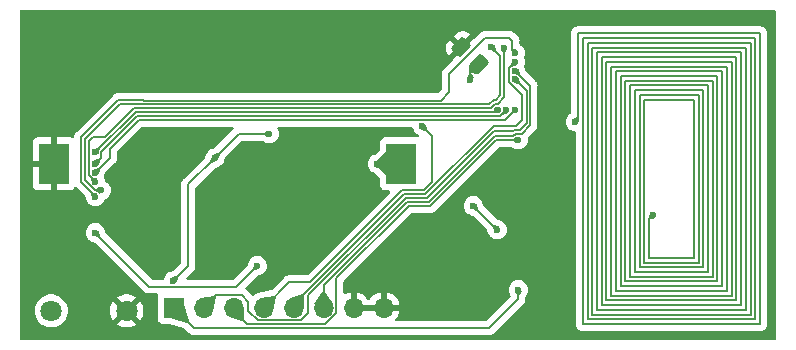
<source format=gbr>
%TF.GenerationSoftware,KiCad,Pcbnew,7.0.5*%
%TF.CreationDate,2023-07-02T17:57:48+02:00*%
%TF.ProjectId,eink-NFC,65696e6b-2d4e-4464-932e-6b696361645f,rev?*%
%TF.SameCoordinates,Original*%
%TF.FileFunction,Copper,L1,Top*%
%TF.FilePolarity,Positive*%
%FSLAX46Y46*%
G04 Gerber Fmt 4.6, Leading zero omitted, Abs format (unit mm)*
G04 Created by KiCad (PCBNEW 7.0.5) date 2023-07-02 17:57:48*
%MOMM*%
%LPD*%
G01*
G04 APERTURE LIST*
G04 Aperture macros list*
%AMRoundRect*
0 Rectangle with rounded corners*
0 $1 Rounding radius*
0 $2 $3 $4 $5 $6 $7 $8 $9 X,Y pos of 4 corners*
0 Add a 4 corners polygon primitive as box body*
4,1,4,$2,$3,$4,$5,$6,$7,$8,$9,$2,$3,0*
0 Add four circle primitives for the rounded corners*
1,1,$1+$1,$2,$3*
1,1,$1+$1,$4,$5*
1,1,$1+$1,$6,$7*
1,1,$1+$1,$8,$9*
0 Add four rect primitives between the rounded corners*
20,1,$1+$1,$2,$3,$4,$5,0*
20,1,$1+$1,$4,$5,$6,$7,0*
20,1,$1+$1,$6,$7,$8,$9,0*
20,1,$1+$1,$8,$9,$2,$3,0*%
G04 Aperture macros list end*
%TA.AperFunction,EtchedComponent*%
%ADD10C,0.200000*%
%TD*%
%TA.AperFunction,SMDPad,CuDef*%
%ADD11R,0.200000X0.200000*%
%TD*%
%TA.AperFunction,SMDPad,CuDef*%
%ADD12RoundRect,0.250000X0.574524X0.097227X0.097227X0.574524X-0.574524X-0.097227X-0.097227X-0.574524X0*%
%TD*%
%TA.AperFunction,ComponentPad*%
%ADD13C,1.800000*%
%TD*%
%TA.AperFunction,ComponentPad*%
%ADD14R,1.700000X1.700000*%
%TD*%
%TA.AperFunction,ComponentPad*%
%ADD15O,1.700000X1.700000*%
%TD*%
%TA.AperFunction,SMDPad,CuDef*%
%ADD16R,2.600000X3.500000*%
%TD*%
%TA.AperFunction,ViaPad*%
%ADD17C,0.600000*%
%TD*%
%TA.AperFunction,Conductor*%
%ADD18C,0.200000*%
%TD*%
%TA.AperFunction,Conductor*%
%ADD19C,0.600000*%
%TD*%
%TA.AperFunction,Conductor*%
%ADD20C,0.150000*%
%TD*%
G04 APERTURE END LIST*
D10*
%TO.C,ANT1*%
X175140000Y-70504000D02*
X175140000Y-95104000D01*
X159740000Y-70504000D02*
X175140000Y-70504000D01*
X159740000Y-70504000D02*
X159740000Y-77404000D01*
X174740000Y-70904000D02*
X174740000Y-94704000D01*
X160140000Y-70904000D02*
X174740000Y-70904000D01*
X174340000Y-71304000D02*
X174340000Y-94304000D01*
X160540000Y-71304000D02*
X174340000Y-71304000D01*
X173940000Y-71704000D02*
X173940000Y-93904000D01*
X160940000Y-71704000D02*
X173940000Y-71704000D01*
X173540000Y-72104000D02*
X173540000Y-93504000D01*
X161340000Y-72104000D02*
X173540000Y-72104000D01*
X173140000Y-72504000D02*
X173140000Y-93104000D01*
X161740000Y-72504000D02*
X173140000Y-72504000D01*
X172740000Y-72904000D02*
X172740000Y-92704000D01*
X162140000Y-72904000D02*
X172740000Y-72904000D01*
X172340000Y-73304000D02*
X172340000Y-92304000D01*
X162540000Y-73304000D02*
X172340000Y-73304000D01*
X171940000Y-73704000D02*
X171940000Y-91904000D01*
X162940000Y-73704000D02*
X171940000Y-73704000D01*
X171540000Y-74104000D02*
X171540000Y-91504000D01*
X163340000Y-74104000D02*
X171540000Y-74104000D01*
X171140000Y-74504000D02*
X171140000Y-91104000D01*
X163740000Y-74504000D02*
X171140000Y-74504000D01*
X170740000Y-74904000D02*
X170740000Y-90704000D01*
X164140000Y-74904000D02*
X170740000Y-74904000D01*
X170340000Y-75304000D02*
X170340000Y-90304000D01*
X164540000Y-75304000D02*
X170340000Y-75304000D01*
X169940000Y-75704000D02*
X169940000Y-89904000D01*
X164940000Y-75704000D02*
X169940000Y-75704000D01*
X169540000Y-76104000D02*
X169540000Y-89504000D01*
X165340000Y-76104000D02*
X169540000Y-76104000D01*
X169540000Y-89504000D02*
X165740000Y-89504000D01*
X165740000Y-89504000D02*
X165740000Y-86304000D01*
X169940000Y-89904000D02*
X165340000Y-89904000D01*
X165340000Y-89904000D02*
X165340000Y-76104000D01*
X170340000Y-90304000D02*
X164940000Y-90304000D01*
X164940000Y-90304000D02*
X164940000Y-75704000D01*
X170740000Y-90704000D02*
X164540000Y-90704000D01*
X164540000Y-90704000D02*
X164540000Y-75304000D01*
X171140000Y-91104000D02*
X164140000Y-91104000D01*
X164140000Y-91104000D02*
X164140000Y-74904000D01*
X171540000Y-91504000D02*
X163740000Y-91504000D01*
X163740000Y-91504000D02*
X163740000Y-74504000D01*
X171940000Y-91904000D02*
X163340000Y-91904000D01*
X163340000Y-91904000D02*
X163340000Y-74104000D01*
X172340000Y-92304000D02*
X162940000Y-92304000D01*
X162940000Y-92304000D02*
X162940000Y-73704000D01*
X172740000Y-92704000D02*
X162540000Y-92704000D01*
X162540000Y-92704000D02*
X162540000Y-73304000D01*
X173140000Y-93104000D02*
X162140000Y-93104000D01*
X162140000Y-93104000D02*
X162140000Y-72904000D01*
X173540000Y-93504000D02*
X161740000Y-93504000D01*
X161740000Y-93504000D02*
X161740000Y-72504000D01*
X173940000Y-93904000D02*
X161340000Y-93904000D01*
X161340000Y-93904000D02*
X161340000Y-72104000D01*
X174340000Y-94304000D02*
X160940000Y-94304000D01*
X160940000Y-94304000D02*
X160940000Y-71704000D01*
X174740000Y-94704000D02*
X160540000Y-94704000D01*
X160540000Y-94704000D02*
X160540000Y-71304000D01*
X175140000Y-95104000D02*
X160140000Y-95104000D01*
X160140000Y-95104000D02*
X160140000Y-70904000D01*
%TD*%
D11*
%TO.P,ANT1,P$1,1*%
%TO.N,Net-(ANT1-1)*%
X165740000Y-86304000D03*
%TO.P,ANT1,P$2,2*%
%TO.N,Net-(ANT1-2)*%
X159740000Y-77504000D03*
%TD*%
D12*
%TO.P,C4,2*%
%TO.N,GND*%
X149860000Y-71628000D03*
%TO.P,C4,1*%
%TO.N,+3V0*%
X151327246Y-73095246D03*
%TD*%
D13*
%TO.P,S1,1,COM*%
%TO.N,NRST*%
X115131500Y-93980000D03*
%TO.P,S1,2,NO*%
%TO.N,GND*%
X121531500Y-93980000D03*
%TD*%
D14*
%TO.P,J2,1,Pin_1*%
%TO.N,+3V0*%
X125497500Y-93726000D03*
D15*
%TO.P,J2,2,Pin_2*%
%TO.N,SWDIO*%
X128037500Y-93726000D03*
%TO.P,J2,3,Pin_3*%
%TO.N,SWCLK*%
X130577500Y-93726000D03*
%TO.P,J2,4,Pin_4*%
%TO.N,NRST*%
X133117500Y-93726000D03*
%TO.P,J2,5,Pin_5*%
%TO.N,USART_TX*%
X135657500Y-93726000D03*
%TO.P,J2,6,Pin_6*%
%TO.N,USART_RX*%
X138197500Y-93726000D03*
%TO.P,J2,7,Pin_7*%
%TO.N,GND*%
X140737500Y-93726000D03*
%TO.P,J2,8,Pin_8*%
X143277500Y-93726000D03*
%TD*%
D16*
%TO.P,BT1,1,+*%
%TO.N,+BATT*%
X144769500Y-81534000D03*
%TO.P,BT1,2,-*%
%TO.N,GND*%
X115369500Y-81534000D03*
%TD*%
D17*
%TO.N,GND*%
X125730000Y-85598000D03*
X129032000Y-74422000D03*
X125984000Y-74930000D03*
X130048000Y-74422000D03*
X135382000Y-87884000D03*
X134620000Y-87884000D03*
X133858000Y-87884000D03*
X116840000Y-78486000D03*
X146558000Y-73660000D03*
X150622000Y-83312000D03*
X125730000Y-86614000D03*
X125476000Y-89408000D03*
X133604000Y-83058000D03*
X131064000Y-74422000D03*
X114808000Y-77216000D03*
X114808000Y-78740000D03*
X114808000Y-85852000D03*
X114808000Y-85090000D03*
X114808000Y-84328000D03*
X114808000Y-77978000D03*
X116840000Y-84582000D03*
%TO.N,Net-(ANT1-1)*%
X166116000Y-85852000D03*
%TO.N,Net-(ANT1-2)*%
X159512000Y-77978000D03*
%TO.N,+BATT*%
X142748000Y-81534000D03*
%TO.N,NRST*%
X146558000Y-78342500D03*
%TO.N,+3V0*%
X129010500Y-81026000D03*
X150622000Y-74422000D03*
X125476000Y-91440000D03*
X133604000Y-78994000D03*
X154686000Y-92202000D03*
%TO.N,SWDIO*%
X154422959Y-74395544D03*
%TO.N,SWCLK*%
X154686000Y-79502000D03*
%TO.N,USART_TX*%
X154432000Y-72898000D03*
%TO.N,USART_RX*%
X154432000Y-73660000D03*
%TO.N,GDR*%
X132588000Y-90170000D03*
X118872000Y-87376000D03*
%TO.N,ePaper_BUSY*%
X118872000Y-84328000D03*
X154432000Y-72171497D03*
%TO.N,ePaper_RESET#*%
X152400000Y-71628000D03*
X119380000Y-83784503D03*
%TO.N,ePaper_D{slash}C#*%
X153486166Y-71698165D03*
X118872000Y-83058000D03*
%TO.N,ePaper_CS#*%
X154432000Y-76962000D03*
X118853500Y-82296000D03*
%TO.N,ePaper_SCK*%
X153670000Y-76962000D03*
X118853500Y-81534000D03*
%TO.N,ePaper_MOSI*%
X152943497Y-76962000D03*
X118853500Y-80576052D03*
%TO.N,SYS_WKUP1*%
X152908000Y-87122000D03*
X150876000Y-85090000D03*
%TD*%
D18*
%TO.N,ePaper_SCK*%
X153670000Y-76980788D02*
X153670000Y-76962000D01*
X122422000Y-77470000D02*
X122428000Y-77470000D01*
X119380000Y-80512000D02*
X122422000Y-77470000D01*
X122428000Y-77470000D02*
X122447000Y-77489000D01*
X119380000Y-81007500D02*
X119380000Y-80512000D01*
X122447000Y-77489000D02*
X153161788Y-77489000D01*
X153161788Y-77489000D02*
X153670000Y-76980788D01*
X118853500Y-81534000D02*
X119380000Y-81007500D01*
%TO.N,+3V0*%
X150622000Y-74422000D02*
X150622000Y-73957000D01*
X150622000Y-73800492D02*
X151327246Y-73095246D01*
X150622000Y-74422000D02*
X150622000Y-73800492D01*
%TO.N,SYS_WKUP1*%
X150876000Y-85090000D02*
X152908000Y-87122000D01*
%TO.N,+3V0*%
X126746000Y-83290500D02*
X129010500Y-81026000D01*
X126746000Y-90170000D02*
X126746000Y-83290500D01*
X125476000Y-91440000D02*
X126746000Y-90170000D01*
%TO.N,Net-(ANT1-1)*%
X165740000Y-86228000D02*
X166116000Y-85852000D01*
%TO.N,Net-(ANT1-2)*%
X159740000Y-77504000D02*
X159740000Y-77750000D01*
X159740000Y-77750000D02*
X159512000Y-77978000D01*
D19*
%TO.N,+BATT*%
X144769500Y-81534000D02*
X142748000Y-81534000D01*
D18*
%TO.N,NRST*%
X147361315Y-79145815D02*
X146558000Y-78342500D01*
X133117500Y-93726000D02*
X135253724Y-91589776D01*
X137055776Y-91589776D02*
X144863552Y-83782000D01*
X147361315Y-83099315D02*
X147361315Y-79145815D01*
X146678630Y-83782000D02*
X147361315Y-83099315D01*
X144863552Y-83782000D02*
X145542000Y-83782000D01*
X135253724Y-91589776D02*
X137055776Y-91589776D01*
X145542000Y-83782000D02*
X146678630Y-83782000D01*
%TO.N,+3V0*%
X154686000Y-92964000D02*
X152193000Y-95457000D01*
X133604000Y-78994000D02*
X131042500Y-78994000D01*
X127228500Y-95457000D02*
X125497500Y-93726000D01*
X131042500Y-78994000D02*
X129010500Y-81026000D01*
X154686000Y-92202000D02*
X154686000Y-92964000D01*
X152193000Y-95457000D02*
X127228500Y-95457000D01*
%TO.N,SWDIO*%
X129114500Y-92649000D02*
X128037500Y-93726000D01*
X131826000Y-93218000D02*
X131257000Y-92649000D01*
X145134448Y-84436000D02*
X136906000Y-92664448D01*
X131826000Y-93980000D02*
X131826000Y-93218000D01*
X146949526Y-84436000D02*
X145134448Y-84436000D01*
X136906000Y-94172109D02*
X136275109Y-94803000D01*
X154240261Y-78740000D02*
X152645526Y-78740000D01*
X154422959Y-74395544D02*
X155375000Y-75347585D01*
X136906000Y-92664448D02*
X136906000Y-94172109D01*
X152645526Y-78740000D02*
X146949526Y-84436000D01*
X155375000Y-75347585D02*
X155375000Y-78096552D01*
X155375000Y-78096552D02*
X154823552Y-78648000D01*
X136275109Y-94803000D02*
X132649000Y-94803000D01*
X132649000Y-94803000D02*
X131826000Y-93980000D01*
X131257000Y-92649000D02*
X129114500Y-92649000D01*
X154332261Y-78648000D02*
X154240261Y-78740000D01*
X154823552Y-78648000D02*
X154332261Y-78648000D01*
%TO.N,SWCLK*%
X139274500Y-94172109D02*
X139274500Y-91220844D01*
X147220422Y-85090000D02*
X152808422Y-79502000D01*
X138316609Y-95130000D02*
X139274500Y-94172109D01*
X130577500Y-94001500D02*
X131706000Y-95130000D01*
X145405344Y-85090000D02*
X147220422Y-85090000D01*
X152808422Y-79502000D02*
X154686000Y-79502000D01*
X131706000Y-95130000D02*
X138316609Y-95130000D01*
X139274500Y-91220844D02*
X145405344Y-85090000D01*
X130577500Y-93726000D02*
X130577500Y-94001500D01*
%TO.N,USART_TX*%
X153895959Y-73434041D02*
X154432000Y-72898000D01*
X135657500Y-93450500D02*
X144999000Y-84109000D01*
X153895959Y-74613835D02*
X153895959Y-73434041D01*
X146814078Y-84109000D02*
X152602078Y-78321000D01*
X154467709Y-78321000D02*
X154959000Y-77829709D01*
X154959000Y-75676876D02*
X153895959Y-74613835D01*
X135657500Y-93726000D02*
X135657500Y-93450500D01*
X154959000Y-77829709D02*
X154959000Y-75676876D01*
X144999000Y-84109000D02*
X146814078Y-84109000D01*
X152602078Y-78321000D02*
X154467709Y-78321000D01*
%TO.N,USART_RX*%
X145269896Y-84763000D02*
X147084974Y-84763000D01*
X152672974Y-79175000D02*
X154267709Y-79175000D01*
X155702000Y-74930000D02*
X154432000Y-73660000D01*
X138197500Y-93726000D02*
X138197500Y-91835396D01*
X155702000Y-78232000D02*
X155702000Y-74930000D01*
X154959000Y-78975000D02*
X155702000Y-78232000D01*
X154267709Y-79175000D02*
X154467709Y-78975000D01*
X154467709Y-78975000D02*
X154959000Y-78975000D01*
X138197500Y-91835396D02*
X145269896Y-84763000D01*
X147084974Y-84763000D02*
X152672974Y-79175000D01*
D20*
%TO.N,GDR*%
X123438000Y-91942000D02*
X130816000Y-91942000D01*
X118872000Y-87376000D02*
X123438000Y-91942000D01*
X130816000Y-91942000D02*
X132588000Y-90170000D01*
D18*
%TO.N,ePaper_BUSY*%
X117672500Y-83066239D02*
X117672500Y-79303813D01*
X153924000Y-70866000D02*
X154178000Y-71120000D01*
X122969792Y-76162000D02*
X122988792Y-76181000D01*
X154178000Y-71120000D02*
X154178000Y-71917497D01*
X120814313Y-76162000D02*
X122969792Y-76162000D01*
X118934261Y-84328000D02*
X117672500Y-83066239D01*
X117672500Y-79303813D02*
X120814313Y-76162000D01*
X118872000Y-84328000D02*
X118934261Y-84328000D01*
X148101000Y-76181000D02*
X148844000Y-75438000D01*
X154178000Y-71917497D02*
X154432000Y-72171497D01*
X148844000Y-73914000D02*
X151892000Y-70866000D01*
X148844000Y-75438000D02*
X148844000Y-73914000D01*
X151892000Y-70866000D02*
X153924000Y-70866000D01*
X122988792Y-76181000D02*
X148101000Y-76181000D01*
%TO.N,ePaper_RESET#*%
X122853344Y-76508000D02*
X152189758Y-76508000D01*
X153159166Y-72387166D02*
X152400000Y-71628000D01*
X119380000Y-83784503D02*
X118853212Y-83784503D01*
X152189758Y-76508000D02*
X152589758Y-76108000D01*
X118853212Y-83784503D02*
X117999500Y-82930791D01*
X152589758Y-76108000D02*
X152791552Y-76108000D01*
X153159166Y-75740386D02*
X153159166Y-72387166D01*
X122834344Y-76489000D02*
X122853344Y-76508000D01*
X117999500Y-79439261D02*
X120949761Y-76489000D01*
X117999500Y-82930791D02*
X117999500Y-79439261D01*
X152791552Y-76108000D02*
X153159166Y-75740386D01*
X120949761Y-76489000D02*
X122834344Y-76489000D01*
%TO.N,ePaper_D{slash}C#*%
X119719104Y-79248000D02*
X118653209Y-79248000D01*
X122698896Y-76816000D02*
X122151104Y-76816000D01*
X118326500Y-79574709D02*
X118326500Y-82514291D01*
X118326500Y-82514291D02*
X118870209Y-83058000D01*
X122717896Y-76835000D02*
X122698896Y-76816000D01*
X118870209Y-83058000D02*
X118872000Y-83058000D01*
X152927000Y-76435000D02*
X152725206Y-76435000D01*
X118653209Y-79248000D02*
X118326500Y-79574709D01*
X152725206Y-76435000D02*
X152325206Y-76835000D01*
X153486166Y-75875834D02*
X152927000Y-76435000D01*
X122151104Y-76816000D02*
X119719104Y-79248000D01*
X153486166Y-71698165D02*
X153486166Y-75875834D01*
X152325206Y-76835000D02*
X122717896Y-76835000D01*
%TO.N,ePaper_CS#*%
X120085000Y-80269448D02*
X120085000Y-81064500D01*
X120085000Y-81064500D02*
X118853500Y-82296000D01*
X122538448Y-77816000D02*
X120085000Y-80269448D01*
X153561291Y-77816000D02*
X122538448Y-77816000D01*
X154197000Y-77180291D02*
X153561291Y-77816000D01*
%TO.N,ePaper_MOSI*%
X122563448Y-77143000D02*
X122286552Y-77143000D01*
X122286552Y-77143000D02*
X118853500Y-80576052D01*
X152943497Y-76962000D02*
X152743497Y-77162000D01*
X122582448Y-77162000D02*
X122563448Y-77143000D01*
X152743497Y-77162000D02*
X122582448Y-77162000D01*
%TD*%
%TA.AperFunction,Conductor*%
%TO.N,GND*%
G36*
X142818007Y-93516156D02*
G01*
X142777500Y-93654111D01*
X142777500Y-93797889D01*
X142818007Y-93935844D01*
X142843814Y-93976000D01*
X141171186Y-93976000D01*
X141196993Y-93935844D01*
X141237500Y-93797889D01*
X141237500Y-93654111D01*
X141196993Y-93516156D01*
X141171186Y-93476000D01*
X142843814Y-93476000D01*
X142818007Y-93516156D01*
G37*
%TD.AperFunction*%
%TA.AperFunction,Conductor*%
G36*
X145716998Y-78436185D02*
G01*
X145762753Y-78488989D01*
X145770020Y-78515210D01*
X145771083Y-78514968D01*
X145772631Y-78521754D01*
X145832211Y-78692023D01*
X145877041Y-78763369D01*
X145928184Y-78844762D01*
X146055738Y-78972316D01*
X146090248Y-78994000D01*
X146186542Y-79054506D01*
X146232833Y-79106841D01*
X146243481Y-79175895D01*
X146215106Y-79239743D01*
X146156716Y-79278115D01*
X146120570Y-79283500D01*
X143421629Y-79283500D01*
X143421623Y-79283501D01*
X143362016Y-79289908D01*
X143227171Y-79340202D01*
X143227164Y-79340206D01*
X143111955Y-79426452D01*
X143111952Y-79426455D01*
X143025706Y-79541664D01*
X143025702Y-79541671D01*
X142975408Y-79676517D01*
X142969001Y-79736116D01*
X142969000Y-79736135D01*
X142969000Y-80262806D01*
X142949315Y-80329845D01*
X142931345Y-80351803D01*
X142515751Y-80755013D01*
X142470362Y-80783057D01*
X142398476Y-80808211D01*
X142398475Y-80808212D01*
X142245737Y-80904184D01*
X142118184Y-81031737D01*
X142022211Y-81184476D01*
X141962631Y-81354745D01*
X141962630Y-81354750D01*
X141942435Y-81533996D01*
X141942435Y-81534003D01*
X141962630Y-81713249D01*
X141962631Y-81713254D01*
X142022211Y-81883523D01*
X142118184Y-82036262D01*
X142245738Y-82163816D01*
X142302504Y-82199484D01*
X142398477Y-82259789D01*
X142428752Y-82270382D01*
X142470361Y-82284942D01*
X142515749Y-82312984D01*
X142808918Y-82597416D01*
X142931345Y-82716195D01*
X142965754Y-82777005D01*
X142969000Y-82805192D01*
X142969000Y-83331870D01*
X142969001Y-83331876D01*
X142975408Y-83391483D01*
X143025702Y-83526328D01*
X143025706Y-83526335D01*
X143111952Y-83641544D01*
X143111955Y-83641547D01*
X143227164Y-83727793D01*
X143227171Y-83727797D01*
X143272118Y-83744560D01*
X143362017Y-83778091D01*
X143421627Y-83784500D01*
X143712455Y-83784499D01*
X143779493Y-83804183D01*
X143825248Y-83856987D01*
X143835192Y-83926146D01*
X143806167Y-83989701D01*
X143800135Y-83996180D01*
X136843360Y-90952957D01*
X136782037Y-90986442D01*
X136755679Y-90989276D01*
X135297152Y-90989276D01*
X135289053Y-90988745D01*
X135253724Y-90984094D01*
X135214363Y-90989276D01*
X135096963Y-91004731D01*
X135096961Y-91004732D01*
X134950884Y-91065239D01*
X134825438Y-91161497D01*
X134803748Y-91189766D01*
X134798395Y-91195870D01*
X133793924Y-92200339D01*
X133732601Y-92233824D01*
X133730929Y-92234176D01*
X133021110Y-92378375D01*
X133014165Y-92379381D01*
X132882096Y-92390936D01*
X132882086Y-92390938D01*
X132653844Y-92452094D01*
X132653834Y-92452098D01*
X132568223Y-92492018D01*
X132566039Y-92492986D01*
X132562166Y-92494613D01*
X132557714Y-92496919D01*
X132439668Y-92551966D01*
X132271713Y-92669568D01*
X132205506Y-92691896D01*
X132137739Y-92674884D01*
X132112909Y-92655674D01*
X131914981Y-92457746D01*
X131712320Y-92255085D01*
X131706980Y-92248995D01*
X131685282Y-92220718D01*
X131658723Y-92200339D01*
X131608403Y-92161727D01*
X131567200Y-92105299D01*
X131563045Y-92035553D01*
X131596206Y-91975672D01*
X132534160Y-91037718D01*
X132587589Y-91006225D01*
X132752846Y-90958739D01*
X132760521Y-90957220D01*
X132760453Y-90956921D01*
X132767245Y-90955370D01*
X132767248Y-90955368D01*
X132767255Y-90955368D01*
X132777884Y-90951647D01*
X132781191Y-90950594D01*
X132836536Y-90934692D01*
X132849785Y-90930487D01*
X132857562Y-90927782D01*
X132899171Y-90909412D01*
X132903725Y-90907614D01*
X132937519Y-90895790D01*
X132937518Y-90895790D01*
X132937522Y-90895789D01*
X133090262Y-90799816D01*
X133217816Y-90672262D01*
X133313789Y-90519522D01*
X133373368Y-90349255D01*
X133373369Y-90349249D01*
X133393565Y-90170003D01*
X133393565Y-90169996D01*
X133373369Y-89990750D01*
X133373368Y-89990745D01*
X133354541Y-89936941D01*
X133313789Y-89820478D01*
X133217816Y-89667738D01*
X133090262Y-89540184D01*
X132937523Y-89444211D01*
X132767254Y-89384631D01*
X132767249Y-89384630D01*
X132588004Y-89364435D01*
X132587996Y-89364435D01*
X132408750Y-89384630D01*
X132408745Y-89384631D01*
X132238476Y-89444211D01*
X132085737Y-89540184D01*
X131958184Y-89667737D01*
X131862212Y-89820475D01*
X131862211Y-89820476D01*
X131836464Y-89894058D01*
X131834488Y-89899009D01*
X131821392Y-89928132D01*
X131821389Y-89928140D01*
X131807412Y-89976778D01*
X131806346Y-89980128D01*
X131802632Y-89990740D01*
X131801082Y-89997535D01*
X131800785Y-89997467D01*
X131799259Y-90005152D01*
X131751773Y-90170406D01*
X131720277Y-90223841D01*
X130613939Y-91330181D01*
X130552616Y-91363666D01*
X130526258Y-91366500D01*
X126698097Y-91366500D01*
X126631058Y-91346815D01*
X126585303Y-91294011D01*
X126575359Y-91224853D01*
X126604384Y-91161297D01*
X126610416Y-91154819D01*
X126676244Y-91088990D01*
X127139923Y-90625310D01*
X127145998Y-90619984D01*
X127174282Y-90598282D01*
X127270536Y-90472841D01*
X127331044Y-90326762D01*
X127346500Y-90209361D01*
X127351682Y-90170000D01*
X127351681Y-90169996D01*
X127347031Y-90134673D01*
X127346500Y-90126571D01*
X127346500Y-86873737D01*
X127346500Y-83590592D01*
X127366184Y-83523557D01*
X127382809Y-83502925D01*
X128986150Y-81899583D01*
X129033210Y-81870107D01*
X129282614Y-81783644D01*
X129289416Y-81781176D01*
X129293411Y-81779662D01*
X129333023Y-81761517D01*
X129338353Y-81759370D01*
X129360022Y-81751789D01*
X129512762Y-81655816D01*
X129640316Y-81528262D01*
X129736289Y-81375522D01*
X129753126Y-81327399D01*
X129756550Y-81319447D01*
X129769329Y-81294695D01*
X129854608Y-81048709D01*
X129884082Y-81001651D01*
X131254915Y-79630819D01*
X131316239Y-79597334D01*
X131342597Y-79594500D01*
X132969061Y-79594500D01*
X133023184Y-79606935D01*
X133246899Y-79715464D01*
X133252826Y-79718751D01*
X133254478Y-79719789D01*
X133256125Y-79720365D01*
X133261914Y-79722726D01*
X133266917Y-79725067D01*
X133270704Y-79726777D01*
X133334780Y-79750624D01*
X133336517Y-79750879D01*
X133359456Y-79756522D01*
X133424748Y-79779369D01*
X133603996Y-79799565D01*
X133604000Y-79799565D01*
X133604004Y-79799565D01*
X133783249Y-79779369D01*
X133783252Y-79779368D01*
X133783255Y-79779368D01*
X133953522Y-79719789D01*
X134106262Y-79623816D01*
X134233816Y-79496262D01*
X134329789Y-79343522D01*
X134389368Y-79173255D01*
X134390105Y-79166715D01*
X134409565Y-78994003D01*
X134409565Y-78993996D01*
X134389369Y-78814750D01*
X134389368Y-78814745D01*
X134329788Y-78644475D01*
X134305909Y-78606473D01*
X134286908Y-78539236D01*
X134307275Y-78472401D01*
X134360543Y-78427187D01*
X134410902Y-78416500D01*
X145649959Y-78416500D01*
X145716998Y-78436185D01*
G37*
%TD.AperFunction*%
%TA.AperFunction,Conductor*%
G36*
X176442539Y-68520185D02*
G01*
X176488294Y-68572989D01*
X176499500Y-68624500D01*
X176499500Y-96375500D01*
X176479815Y-96442539D01*
X176427011Y-96488294D01*
X176375500Y-96499500D01*
X112624500Y-96499500D01*
X112557461Y-96479815D01*
X112511706Y-96427011D01*
X112500500Y-96375500D01*
X112500500Y-93980006D01*
X113726200Y-93980006D01*
X113745364Y-94211297D01*
X113745366Y-94211308D01*
X113802342Y-94436300D01*
X113895575Y-94648848D01*
X114022516Y-94843147D01*
X114022519Y-94843151D01*
X114022521Y-94843153D01*
X114179716Y-95013913D01*
X114179719Y-95013915D01*
X114179722Y-95013918D01*
X114362865Y-95156464D01*
X114362871Y-95156468D01*
X114362874Y-95156470D01*
X114472244Y-95215658D01*
X114566152Y-95266479D01*
X114566997Y-95266936D01*
X114680987Y-95306068D01*
X114786515Y-95342297D01*
X114786517Y-95342297D01*
X114786519Y-95342298D01*
X115015451Y-95380500D01*
X115015452Y-95380500D01*
X115247548Y-95380500D01*
X115247549Y-95380500D01*
X115476481Y-95342298D01*
X115696003Y-95266936D01*
X115900126Y-95156470D01*
X116083284Y-95013913D01*
X116240479Y-94843153D01*
X116367424Y-94648849D01*
X116460657Y-94436300D01*
X116517634Y-94211305D01*
X116517635Y-94211297D01*
X116536800Y-93980006D01*
X116536800Y-93980005D01*
X120126702Y-93980005D01*
X120145861Y-94211218D01*
X120202817Y-94436135D01*
X120296016Y-94648609D01*
X120380311Y-94777633D01*
X120968726Y-94189219D01*
X121007401Y-94282588D01*
X121103575Y-94407925D01*
X121228912Y-94504099D01*
X121322279Y-94542772D01*
X120732699Y-95132351D01*
X120763150Y-95156050D01*
X120967197Y-95266476D01*
X120967206Y-95266479D01*
X121186639Y-95341811D01*
X121415493Y-95380000D01*
X121647507Y-95380000D01*
X121876360Y-95341811D01*
X122095793Y-95266479D01*
X122095802Y-95266476D01*
X122299850Y-95156050D01*
X122330298Y-95132351D01*
X121740720Y-94542773D01*
X121834088Y-94504099D01*
X121959425Y-94407925D01*
X122055599Y-94282589D01*
X122094272Y-94189220D01*
X122682686Y-94777634D01*
X122766984Y-94648606D01*
X122860182Y-94436135D01*
X122917138Y-94211218D01*
X122936298Y-93980005D01*
X122936298Y-93979994D01*
X122917138Y-93748781D01*
X122860182Y-93523864D01*
X122766983Y-93311390D01*
X122682686Y-93182364D01*
X122094272Y-93770778D01*
X122055599Y-93677412D01*
X121959425Y-93552075D01*
X121834088Y-93455901D01*
X121740720Y-93417227D01*
X122330299Y-92827648D01*
X122330299Y-92827647D01*
X122299849Y-92803949D01*
X122095802Y-92693523D01*
X122095793Y-92693520D01*
X121876360Y-92618188D01*
X121647507Y-92580000D01*
X121415493Y-92580000D01*
X121186639Y-92618188D01*
X120967206Y-92693520D01*
X120967198Y-92693523D01*
X120763144Y-92803952D01*
X120732700Y-92827646D01*
X120732700Y-92827647D01*
X121322279Y-93417226D01*
X121228912Y-93455901D01*
X121103575Y-93552075D01*
X121007401Y-93677411D01*
X120968726Y-93770779D01*
X120380312Y-93182365D01*
X120296016Y-93311391D01*
X120296014Y-93311395D01*
X120202817Y-93523864D01*
X120145861Y-93748781D01*
X120126702Y-93979994D01*
X120126702Y-93980005D01*
X116536800Y-93980005D01*
X116536800Y-93979993D01*
X116517635Y-93748702D01*
X116517633Y-93748691D01*
X116460657Y-93523699D01*
X116367424Y-93311151D01*
X116240483Y-93116852D01*
X116240480Y-93116849D01*
X116240479Y-93116847D01*
X116083284Y-92946087D01*
X116083279Y-92946083D01*
X116083277Y-92946081D01*
X115900134Y-92803535D01*
X115900128Y-92803531D01*
X115696004Y-92693064D01*
X115695995Y-92693061D01*
X115476484Y-92617702D01*
X115304782Y-92589050D01*
X115247549Y-92579500D01*
X115015451Y-92579500D01*
X114969664Y-92587140D01*
X114786515Y-92617702D01*
X114567004Y-92693061D01*
X114566995Y-92693064D01*
X114362871Y-92803531D01*
X114362865Y-92803535D01*
X114179722Y-92946081D01*
X114179719Y-92946084D01*
X114022516Y-93116852D01*
X113895575Y-93311151D01*
X113802342Y-93523699D01*
X113745366Y-93748691D01*
X113745364Y-93748702D01*
X113726200Y-93979993D01*
X113726200Y-93980006D01*
X112500500Y-93980006D01*
X112500500Y-81784000D01*
X113569500Y-81784000D01*
X113569500Y-83331844D01*
X113575901Y-83391372D01*
X113575903Y-83391379D01*
X113626145Y-83526086D01*
X113626149Y-83526093D01*
X113712309Y-83641187D01*
X113712312Y-83641190D01*
X113827406Y-83727350D01*
X113827413Y-83727354D01*
X113962120Y-83777596D01*
X113962127Y-83777598D01*
X114021655Y-83783999D01*
X114021672Y-83784000D01*
X115119500Y-83784000D01*
X115619500Y-83784000D01*
X116717328Y-83784000D01*
X116717344Y-83783999D01*
X116776872Y-83777598D01*
X116776879Y-83777596D01*
X116911586Y-83727354D01*
X116911593Y-83727350D01*
X117026686Y-83641191D01*
X117099985Y-83543277D01*
X117155919Y-83501406D01*
X117225611Y-83496422D01*
X117286933Y-83529907D01*
X118012707Y-84255681D01*
X118045761Y-84315093D01*
X118081973Y-84469752D01*
X118083217Y-84476949D01*
X118086633Y-84507261D01*
X118098000Y-84539747D01*
X118099845Y-84546082D01*
X118101819Y-84554508D01*
X118101828Y-84554544D01*
X118107190Y-84573925D01*
X118107206Y-84573980D01*
X118110837Y-84585318D01*
X118110840Y-84585327D01*
X118110842Y-84585332D01*
X118123642Y-84615336D01*
X118127331Y-84623984D01*
X118128825Y-84627837D01*
X118146211Y-84677521D01*
X118146211Y-84677522D01*
X118242184Y-84830262D01*
X118369738Y-84957816D01*
X118522478Y-85053789D01*
X118692744Y-85113368D01*
X118692745Y-85113368D01*
X118692750Y-85113369D01*
X118871996Y-85133565D01*
X118872000Y-85133565D01*
X118872004Y-85133565D01*
X119051249Y-85113369D01*
X119051252Y-85113368D01*
X119051255Y-85113368D01*
X119221522Y-85053789D01*
X119374262Y-84957816D01*
X119501816Y-84830262D01*
X119597789Y-84677522D01*
X119626366Y-84595849D01*
X119667087Y-84539075D01*
X119702455Y-84519763D01*
X119729522Y-84510292D01*
X119882262Y-84414319D01*
X120009816Y-84286765D01*
X120105789Y-84134025D01*
X120165368Y-83963758D01*
X120185565Y-83784503D01*
X120185508Y-83784000D01*
X120165369Y-83605253D01*
X120165368Y-83605248D01*
X120105788Y-83434979D01*
X120041000Y-83331870D01*
X120009816Y-83282241D01*
X119882262Y-83154687D01*
X119882261Y-83154687D01*
X119724255Y-83055404D01*
X119677964Y-83003069D01*
X119667007Y-82964293D01*
X119657369Y-82878750D01*
X119657366Y-82878737D01*
X119597791Y-82708484D01*
X119597789Y-82708478D01*
X119597785Y-82708471D01*
X119596603Y-82706016D01*
X119596313Y-82704260D01*
X119595490Y-82701906D01*
X119595902Y-82701761D01*
X119585247Y-82637075D01*
X119591273Y-82611268D01*
X119596129Y-82597391D01*
X119599547Y-82589453D01*
X119612329Y-82564695D01*
X119697608Y-82318709D01*
X119727082Y-82271651D01*
X120478922Y-81519811D01*
X120484999Y-81514483D01*
X120513282Y-81492782D01*
X120609536Y-81367341D01*
X120670044Y-81221262D01*
X120685500Y-81103861D01*
X120690682Y-81064500D01*
X120686028Y-81029152D01*
X120685500Y-81021087D01*
X120685500Y-80569545D01*
X120705185Y-80502505D01*
X120721819Y-80481864D01*
X122750865Y-78452819D01*
X122812188Y-78419334D01*
X122838546Y-78416500D01*
X130471402Y-78416500D01*
X130538441Y-78436185D01*
X130584196Y-78488989D01*
X130594140Y-78558147D01*
X130565115Y-78621703D01*
X130559083Y-78628181D01*
X129034851Y-80152412D01*
X128987788Y-80181890D01*
X128738295Y-80268387D01*
X128738272Y-80268395D01*
X128738273Y-80268395D01*
X128731326Y-80270918D01*
X128731286Y-80270933D01*
X128731270Y-80270939D01*
X128727305Y-80272444D01*
X128727292Y-80272449D01*
X128687910Y-80290501D01*
X128682555Y-80292659D01*
X128660982Y-80300209D01*
X128660975Y-80300212D01*
X128508237Y-80396184D01*
X128380684Y-80523737D01*
X128284711Y-80676478D01*
X128284709Y-80676482D01*
X128267880Y-80724574D01*
X128264450Y-80732541D01*
X128251670Y-80757301D01*
X128166389Y-81003289D01*
X128136911Y-81050352D01*
X126352096Y-82835168D01*
X126345994Y-82840519D01*
X126317720Y-82862215D01*
X126295640Y-82890989D01*
X126239538Y-82964104D01*
X126239537Y-82964104D01*
X126221464Y-82987657D01*
X126160956Y-83133737D01*
X126160955Y-83133739D01*
X126140318Y-83290498D01*
X126140318Y-83290499D01*
X126144969Y-83325826D01*
X126145500Y-83333928D01*
X126145500Y-89869902D01*
X126125815Y-89936941D01*
X126109181Y-89957583D01*
X125500351Y-90566412D01*
X125453288Y-90595890D01*
X125203795Y-90682387D01*
X125203772Y-90682395D01*
X125203773Y-90682395D01*
X125196826Y-90684918D01*
X125196786Y-90684933D01*
X125196770Y-90684939D01*
X125192805Y-90686444D01*
X125192792Y-90686449D01*
X125153410Y-90704501D01*
X125148055Y-90706659D01*
X125126482Y-90714209D01*
X125126475Y-90714212D01*
X124973737Y-90810184D01*
X124846184Y-90937737D01*
X124750210Y-91090478D01*
X124690629Y-91260753D01*
X124689080Y-91267541D01*
X124686663Y-91266989D01*
X124664066Y-91320785D01*
X124606477Y-91360348D01*
X124567903Y-91366500D01*
X123727742Y-91366500D01*
X123660703Y-91346815D01*
X123640061Y-91330181D01*
X119739720Y-87429840D01*
X119708225Y-87376407D01*
X119660738Y-87211149D01*
X119659217Y-87203468D01*
X119658918Y-87203537D01*
X119657368Y-87196745D01*
X119653647Y-87186113D01*
X119652592Y-87182799D01*
X119636692Y-87127463D01*
X119632487Y-87114214D01*
X119629782Y-87106437D01*
X119611411Y-87064824D01*
X119609620Y-87060289D01*
X119597789Y-87026478D01*
X119501816Y-86873738D01*
X119374262Y-86746184D01*
X119374262Y-86746183D01*
X119221523Y-86650211D01*
X119051254Y-86590631D01*
X119051249Y-86590630D01*
X118872004Y-86570435D01*
X118871996Y-86570435D01*
X118692750Y-86590630D01*
X118692745Y-86590631D01*
X118522476Y-86650211D01*
X118369737Y-86746184D01*
X118242184Y-86873737D01*
X118146211Y-87026476D01*
X118086631Y-87196745D01*
X118086630Y-87196750D01*
X118066435Y-87375996D01*
X118066435Y-87376003D01*
X118086630Y-87555249D01*
X118086631Y-87555254D01*
X118146211Y-87725523D01*
X118242183Y-87878262D01*
X118242184Y-87878262D01*
X118369738Y-88005816D01*
X118522478Y-88101788D01*
X118522478Y-88101789D01*
X118596069Y-88127539D01*
X118601024Y-88129516D01*
X118630142Y-88142611D01*
X118678793Y-88156590D01*
X118682121Y-88157650D01*
X118692745Y-88161368D01*
X118699537Y-88162918D01*
X118699468Y-88163216D01*
X118707157Y-88164740D01*
X118872405Y-88212224D01*
X118925840Y-88243720D01*
X123001520Y-92319400D01*
X123006861Y-92325490D01*
X123027549Y-92352451D01*
X123038911Y-92361169D01*
X123055497Y-92373897D01*
X123055514Y-92373911D01*
X123083473Y-92395364D01*
X123140946Y-92439464D01*
X123147767Y-92444698D01*
X123287764Y-92502687D01*
X123400280Y-92517500D01*
X123400281Y-92517500D01*
X123402294Y-92517765D01*
X123402313Y-92517766D01*
X123438000Y-92522465D01*
X123438001Y-92522465D01*
X123451265Y-92520718D01*
X123471682Y-92518030D01*
X123479781Y-92517500D01*
X124068439Y-92517500D01*
X124135478Y-92537185D01*
X124181233Y-92589989D01*
X124191177Y-92659147D01*
X124184621Y-92684833D01*
X124153408Y-92768517D01*
X124147001Y-92828116D01*
X124147000Y-92828135D01*
X124147000Y-94623870D01*
X124147001Y-94623876D01*
X124153408Y-94683483D01*
X124203702Y-94818328D01*
X124203706Y-94818335D01*
X124289952Y-94933544D01*
X124289955Y-94933547D01*
X124405164Y-95019793D01*
X124405171Y-95019797D01*
X124450118Y-95036561D01*
X124540017Y-95070091D01*
X124599627Y-95076500D01*
X125038953Y-95076499D01*
X125073391Y-95081377D01*
X126351277Y-95450814D01*
X126404519Y-95482254D01*
X126773169Y-95850904D01*
X126778520Y-95857005D01*
X126800218Y-95885282D01*
X126925659Y-95981536D01*
X127071738Y-96042044D01*
X127150118Y-96052362D01*
X127228499Y-96062682D01*
X127228500Y-96062682D01*
X127263829Y-96058030D01*
X127271928Y-96057500D01*
X152149572Y-96057500D01*
X152157670Y-96058030D01*
X152193000Y-96062682D01*
X152193001Y-96062682D01*
X152245253Y-96055802D01*
X152349762Y-96042044D01*
X152495841Y-95981536D01*
X152495840Y-95981536D01*
X152533362Y-95965994D01*
X152557013Y-95934596D01*
X152621282Y-95885282D01*
X152642983Y-95856999D01*
X152648311Y-95850922D01*
X155079922Y-93419311D01*
X155085999Y-93413983D01*
X155114282Y-93392282D01*
X155210536Y-93266841D01*
X155271044Y-93120762D01*
X155286500Y-93003361D01*
X155291682Y-92964000D01*
X155287030Y-92928669D01*
X155286500Y-92920571D01*
X155286500Y-92836937D01*
X155298935Y-92782815D01*
X155344984Y-92687891D01*
X155407468Y-92559089D01*
X155410754Y-92553167D01*
X155411789Y-92551522D01*
X155412367Y-92549867D01*
X155414724Y-92544086D01*
X155417067Y-92539082D01*
X155418777Y-92535295D01*
X155442624Y-92471219D01*
X155442877Y-92469489D01*
X155448519Y-92446549D01*
X155471368Y-92381255D01*
X155471614Y-92379075D01*
X155491565Y-92202003D01*
X155491565Y-92201996D01*
X155471369Y-92022750D01*
X155471368Y-92022745D01*
X155411788Y-91852476D01*
X155315815Y-91699737D01*
X155188262Y-91572184D01*
X155035523Y-91476211D01*
X154865254Y-91416631D01*
X154865249Y-91416630D01*
X154686004Y-91396435D01*
X154685996Y-91396435D01*
X154506750Y-91416630D01*
X154506745Y-91416631D01*
X154336476Y-91476211D01*
X154183737Y-91572184D01*
X154056184Y-91699737D01*
X153960211Y-91852476D01*
X153900631Y-92022745D01*
X153900630Y-92022750D01*
X153880435Y-92201996D01*
X153880435Y-92202003D01*
X153900630Y-92381249D01*
X153900633Y-92381262D01*
X153958077Y-92545424D01*
X153960211Y-92551522D01*
X153960489Y-92551965D01*
X153961250Y-92553176D01*
X153964533Y-92559099D01*
X154016540Y-92666304D01*
X154028090Y-92735213D01*
X154000552Y-92799426D01*
X153992656Y-92808107D01*
X151980584Y-94820181D01*
X151919261Y-94853666D01*
X151892903Y-94856500D01*
X144355550Y-94856500D01*
X144288511Y-94836815D01*
X144242756Y-94784011D01*
X144232812Y-94714853D01*
X144261837Y-94651297D01*
X144267869Y-94644819D01*
X144315605Y-94597082D01*
X144451100Y-94403578D01*
X144550929Y-94189492D01*
X144550932Y-94189486D01*
X144608136Y-93976000D01*
X143711186Y-93976000D01*
X143736993Y-93935844D01*
X143777500Y-93797889D01*
X143777500Y-93654111D01*
X143736993Y-93516156D01*
X143711186Y-93476000D01*
X144608136Y-93476000D01*
X144608135Y-93475999D01*
X144550932Y-93262513D01*
X144550929Y-93262507D01*
X144451100Y-93048422D01*
X144451099Y-93048420D01*
X144315613Y-92854926D01*
X144315608Y-92854920D01*
X144148582Y-92687894D01*
X143955078Y-92552399D01*
X143740992Y-92452570D01*
X143740986Y-92452567D01*
X143527500Y-92395364D01*
X143527500Y-93290498D01*
X143419815Y-93241320D01*
X143313263Y-93226000D01*
X143241737Y-93226000D01*
X143135185Y-93241320D01*
X143027500Y-93290498D01*
X143027500Y-92395364D01*
X143027499Y-92395364D01*
X142814013Y-92452567D01*
X142814007Y-92452570D01*
X142599922Y-92552399D01*
X142599920Y-92552400D01*
X142406426Y-92687886D01*
X142406420Y-92687891D01*
X142239391Y-92854920D01*
X142239390Y-92854922D01*
X142109075Y-93041031D01*
X142054498Y-93084655D01*
X141984999Y-93091848D01*
X141922645Y-93060326D01*
X141905925Y-93041031D01*
X141775609Y-92854922D01*
X141775608Y-92854920D01*
X141608582Y-92687894D01*
X141415078Y-92552399D01*
X141200992Y-92452570D01*
X141200986Y-92452567D01*
X140987500Y-92395364D01*
X140987500Y-93290498D01*
X140879815Y-93241320D01*
X140773263Y-93226000D01*
X140701737Y-93226000D01*
X140595185Y-93241320D01*
X140487500Y-93290498D01*
X140487500Y-92395364D01*
X140487499Y-92395364D01*
X140274013Y-92452567D01*
X140274007Y-92452570D01*
X140055016Y-92554688D01*
X140054406Y-92553381D01*
X139993079Y-92568249D01*
X139927056Y-92545385D01*
X139883875Y-92490457D01*
X139875000Y-92444390D01*
X139875000Y-91520940D01*
X139894685Y-91453901D01*
X139911319Y-91433259D01*
X145617760Y-85726819D01*
X145679083Y-85693334D01*
X145705441Y-85690500D01*
X147176994Y-85690500D01*
X147185092Y-85691030D01*
X147220422Y-85695682D01*
X147220423Y-85695682D01*
X147272675Y-85688802D01*
X147377184Y-85675044D01*
X147523263Y-85614536D01*
X147552291Y-85592262D01*
X147648704Y-85518282D01*
X147670406Y-85489998D01*
X147675732Y-85483923D01*
X148069652Y-85090003D01*
X150070435Y-85090003D01*
X150090630Y-85269249D01*
X150090631Y-85269254D01*
X150150211Y-85439523D01*
X150189769Y-85502478D01*
X150246184Y-85592262D01*
X150373738Y-85719816D01*
X150430504Y-85755484D01*
X150526477Y-85815789D01*
X150539859Y-85820471D01*
X150574595Y-85832625D01*
X150582554Y-85836053D01*
X150607302Y-85848828D01*
X150853288Y-85934108D01*
X150900351Y-85963586D01*
X152034411Y-87097646D01*
X152063889Y-87144709D01*
X152150367Y-87394146D01*
X152152801Y-87400856D01*
X152152805Y-87400866D01*
X152154299Y-87404809D01*
X152172478Y-87444513D01*
X152174623Y-87449838D01*
X152182209Y-87471518D01*
X152182210Y-87471519D01*
X152182211Y-87471522D01*
X152278184Y-87624262D01*
X152405738Y-87751816D01*
X152558478Y-87847789D01*
X152645565Y-87878262D01*
X152728745Y-87907368D01*
X152728750Y-87907369D01*
X152907996Y-87927565D01*
X152908000Y-87927565D01*
X152908004Y-87927565D01*
X153087249Y-87907369D01*
X153087252Y-87907368D01*
X153087255Y-87907368D01*
X153257522Y-87847789D01*
X153410262Y-87751816D01*
X153537816Y-87624262D01*
X153633789Y-87471522D01*
X153693368Y-87301255D01*
X153693369Y-87301249D01*
X153713565Y-87122003D01*
X153713565Y-87121996D01*
X153693369Y-86942750D01*
X153693368Y-86942745D01*
X153633788Y-86772476D01*
X153556963Y-86650211D01*
X153537816Y-86619738D01*
X153410262Y-86492184D01*
X153257524Y-86396212D01*
X153257523Y-86396211D01*
X153227066Y-86385553D01*
X153209414Y-86379376D01*
X153201446Y-86375946D01*
X153176705Y-86363175D01*
X153176703Y-86363174D01*
X153176697Y-86363171D01*
X153075899Y-86328225D01*
X152930709Y-86277889D01*
X152883646Y-86248411D01*
X151749585Y-85114350D01*
X151720108Y-85067288D01*
X151665837Y-84910745D01*
X151633644Y-84817883D01*
X151632532Y-84814821D01*
X151631176Y-84811083D01*
X151629662Y-84807088D01*
X151625725Y-84798494D01*
X151611519Y-84767474D01*
X151609365Y-84762130D01*
X151601789Y-84740479D01*
X151601789Y-84740478D01*
X151505816Y-84587738D01*
X151378262Y-84460184D01*
X151225523Y-84364211D01*
X151055254Y-84304631D01*
X151055249Y-84304630D01*
X150876004Y-84284435D01*
X150875996Y-84284435D01*
X150696750Y-84304630D01*
X150696745Y-84304631D01*
X150526476Y-84364211D01*
X150373737Y-84460184D01*
X150246184Y-84587737D01*
X150150211Y-84740476D01*
X150090631Y-84910745D01*
X150090630Y-84910750D01*
X150070435Y-85089996D01*
X150070435Y-85090003D01*
X148069652Y-85090003D01*
X153020837Y-80138819D01*
X153082161Y-80105334D01*
X153108519Y-80102500D01*
X154051063Y-80102500D01*
X154105185Y-80114934D01*
X154223968Y-80172559D01*
X154328892Y-80223460D01*
X154334816Y-80226745D01*
X154336478Y-80227789D01*
X154336481Y-80227790D01*
X154338127Y-80228366D01*
X154343940Y-80230737D01*
X154348880Y-80233050D01*
X154348899Y-80233058D01*
X154348917Y-80233067D01*
X154352704Y-80234777D01*
X154416780Y-80258624D01*
X154418517Y-80258879D01*
X154441456Y-80264522D01*
X154506748Y-80287369D01*
X154685996Y-80307565D01*
X154686000Y-80307565D01*
X154686004Y-80307565D01*
X154865249Y-80287369D01*
X154865252Y-80287368D01*
X154865255Y-80287368D01*
X155035522Y-80227789D01*
X155188262Y-80131816D01*
X155315816Y-80004262D01*
X155411789Y-79851522D01*
X155471368Y-79681255D01*
X155471369Y-79681249D01*
X155491565Y-79502003D01*
X155491565Y-79501997D01*
X155476952Y-79372307D01*
X155489006Y-79303485D01*
X155512488Y-79270745D01*
X156095922Y-78687311D01*
X156101999Y-78681983D01*
X156130282Y-78660282D01*
X156226536Y-78534841D01*
X156287044Y-78388762D01*
X156302500Y-78271361D01*
X156307682Y-78232000D01*
X156303030Y-78196669D01*
X156302500Y-78188571D01*
X156302500Y-77978003D01*
X158706435Y-77978003D01*
X158726630Y-78157249D01*
X158726631Y-78157254D01*
X158786211Y-78327523D01*
X158857660Y-78441233D01*
X158882184Y-78480262D01*
X159009738Y-78607816D01*
X159068085Y-78644478D01*
X159143752Y-78692023D01*
X159162478Y-78703789D01*
X159332745Y-78763367D01*
X159332745Y-78763368D01*
X159332750Y-78763369D01*
X159392155Y-78770061D01*
X159429382Y-78774256D01*
X159493796Y-78801322D01*
X159533352Y-78858916D01*
X159539500Y-78897476D01*
X159539500Y-95060571D01*
X159538969Y-95068669D01*
X159537296Y-95081377D01*
X159534318Y-95103999D01*
X159534317Y-95104001D01*
X159547485Y-95204022D01*
X159549018Y-95215659D01*
X159554956Y-95260762D01*
X159615464Y-95406841D01*
X159711718Y-95532282D01*
X159837159Y-95628536D01*
X159983238Y-95689044D01*
X160061619Y-95699363D01*
X160139999Y-95709682D01*
X160140000Y-95709682D01*
X160175329Y-95705030D01*
X160183428Y-95704500D01*
X175096572Y-95704500D01*
X175104670Y-95705030D01*
X175140000Y-95709682D01*
X175140001Y-95709682D01*
X175192253Y-95702802D01*
X175296762Y-95689044D01*
X175442841Y-95628536D01*
X175568282Y-95532282D01*
X175664536Y-95406841D01*
X175725044Y-95260762D01*
X175730982Y-95215659D01*
X175745682Y-95104000D01*
X175741217Y-95070089D01*
X175741030Y-95068669D01*
X175740499Y-95060567D01*
X175740499Y-70547431D01*
X175741030Y-70539328D01*
X175745682Y-70503999D01*
X175745682Y-70503998D01*
X175725044Y-70347239D01*
X175725044Y-70347238D01*
X175664536Y-70201159D01*
X175568282Y-70075718D01*
X175442841Y-69979464D01*
X175296762Y-69918956D01*
X175296760Y-69918955D01*
X175179361Y-69903500D01*
X175140000Y-69898318D01*
X175104670Y-69902969D01*
X175096572Y-69903500D01*
X159783428Y-69903500D01*
X159775329Y-69902969D01*
X159740000Y-69898318D01*
X159700639Y-69903500D01*
X159583239Y-69918955D01*
X159583237Y-69918956D01*
X159437160Y-69979463D01*
X159311718Y-70075718D01*
X159215463Y-70201160D01*
X159154956Y-70347237D01*
X159154955Y-70347239D01*
X159134318Y-70503998D01*
X159134318Y-70504000D01*
X159138969Y-70539326D01*
X159139500Y-70547427D01*
X159139500Y-77198116D01*
X159119815Y-77265155D01*
X159081473Y-77303109D01*
X159009739Y-77348182D01*
X158882184Y-77475737D01*
X158786211Y-77628476D01*
X158726631Y-77798745D01*
X158726630Y-77798750D01*
X158706435Y-77977996D01*
X158706435Y-77978003D01*
X156302500Y-77978003D01*
X156302500Y-74973428D01*
X156303031Y-74965326D01*
X156307682Y-74929999D01*
X156307682Y-74929998D01*
X156287044Y-74773239D01*
X156287042Y-74773234D01*
X156286333Y-74771523D01*
X156226536Y-74627159D01*
X156206659Y-74601255D01*
X156130282Y-74501718D01*
X156102005Y-74480020D01*
X156095904Y-74474669D01*
X155305585Y-73684350D01*
X155276108Y-73637288D01*
X155215182Y-73461548D01*
X155189644Y-73387883D01*
X155188532Y-73384821D01*
X155187176Y-73381083D01*
X155185662Y-73377088D01*
X155167518Y-73337475D01*
X155165367Y-73332135D01*
X155164924Y-73330871D01*
X155161105Y-73319957D01*
X155157541Y-73250181D01*
X155161105Y-73238045D01*
X155217366Y-73077262D01*
X155217369Y-73077249D01*
X155237565Y-72898003D01*
X155237565Y-72897996D01*
X155217369Y-72718750D01*
X155217368Y-72718745D01*
X155167315Y-72575702D01*
X155163754Y-72505923D01*
X155167316Y-72493792D01*
X155217366Y-72350759D01*
X155217369Y-72350746D01*
X155237565Y-72171500D01*
X155237565Y-72171493D01*
X155217369Y-71992247D01*
X155217368Y-71992242D01*
X155157788Y-71821973D01*
X155061815Y-71669234D01*
X154934260Y-71541679D01*
X154836527Y-71480269D01*
X154790237Y-71427935D01*
X154778500Y-71375276D01*
X154778500Y-71163428D01*
X154779031Y-71155326D01*
X154783682Y-71119999D01*
X154783682Y-71119998D01*
X154763044Y-70963239D01*
X154763042Y-70963234D01*
X154702538Y-70817163D01*
X154702535Y-70817158D01*
X154630451Y-70723216D01*
X154630450Y-70723215D01*
X154616761Y-70705375D01*
X154606281Y-70691716D01*
X154578009Y-70670023D01*
X154571912Y-70664677D01*
X154379320Y-70472085D01*
X154373979Y-70465994D01*
X154352282Y-70437718D01*
X154226841Y-70341464D01*
X154080762Y-70280956D01*
X154080760Y-70280955D01*
X153963361Y-70265500D01*
X153924000Y-70260318D01*
X153888670Y-70264969D01*
X153880572Y-70265500D01*
X151935428Y-70265500D01*
X151927329Y-70264969D01*
X151892000Y-70260318D01*
X151852639Y-70265500D01*
X151735239Y-70280955D01*
X151735237Y-70280956D01*
X151589157Y-70341464D01*
X151463719Y-70437716D01*
X151442019Y-70465994D01*
X151436668Y-70472096D01*
X151006512Y-70902251D01*
X150945189Y-70935736D01*
X150918831Y-70938570D01*
X150902982Y-70938570D01*
X149860000Y-71981553D01*
X149170571Y-72670982D01*
X149170571Y-72686830D01*
X149150886Y-72753869D01*
X149134252Y-72774511D01*
X148450096Y-73458668D01*
X148443994Y-73464019D01*
X148415717Y-73485718D01*
X148357039Y-73562190D01*
X148343385Y-73579985D01*
X148337820Y-73587237D01*
X148319464Y-73611158D01*
X148319461Y-73611163D01*
X148258957Y-73757234D01*
X148258955Y-73757239D01*
X148238318Y-73913998D01*
X148238318Y-73914000D01*
X148242969Y-73949326D01*
X148243500Y-73957427D01*
X148243500Y-75137903D01*
X148223815Y-75204942D01*
X148207181Y-75225584D01*
X147888584Y-75544181D01*
X147827261Y-75577666D01*
X147800903Y-75580500D01*
X123156104Y-75580500D01*
X123134656Y-75577676D01*
X123134612Y-75578017D01*
X123126554Y-75576956D01*
X123009153Y-75561500D01*
X122969792Y-75556318D01*
X122934462Y-75560969D01*
X122926364Y-75561500D01*
X120857747Y-75561500D01*
X120849647Y-75560969D01*
X120814313Y-75556317D01*
X120814312Y-75556317D01*
X120643744Y-75578772D01*
X120630838Y-75588020D01*
X120511469Y-75637465D01*
X120386032Y-75733716D01*
X120364332Y-75761994D01*
X120358981Y-75768096D01*
X117278596Y-78848481D01*
X117272494Y-78853832D01*
X117244220Y-78875528D01*
X117244217Y-78875531D01*
X117244218Y-78875531D01*
X117168795Y-78973824D01*
X117168794Y-78973824D01*
X117147964Y-79000970D01*
X117087456Y-79147050D01*
X117087456Y-79147051D01*
X117075261Y-79239680D01*
X117046994Y-79303576D01*
X116988670Y-79342047D01*
X116918805Y-79342878D01*
X116908989Y-79339676D01*
X116776880Y-79290403D01*
X116776872Y-79290401D01*
X116717344Y-79284000D01*
X115619500Y-79284000D01*
X115619500Y-83784000D01*
X115119500Y-83784000D01*
X115119500Y-81784000D01*
X113569500Y-81784000D01*
X112500500Y-81784000D01*
X112500500Y-81284000D01*
X113569500Y-81284000D01*
X115119500Y-81284000D01*
X115119500Y-79284000D01*
X114021655Y-79284000D01*
X113962127Y-79290401D01*
X113962120Y-79290403D01*
X113827413Y-79340645D01*
X113827406Y-79340649D01*
X113712312Y-79426809D01*
X113712309Y-79426812D01*
X113626149Y-79541906D01*
X113626145Y-79541913D01*
X113575903Y-79676620D01*
X113575901Y-79676627D01*
X113569500Y-79736155D01*
X113569500Y-81284000D01*
X112500500Y-81284000D01*
X112500500Y-71812887D01*
X148535475Y-71812887D01*
X148575909Y-71983491D01*
X148654594Y-72140167D01*
X148719795Y-72220205D01*
X148719802Y-72220213D01*
X148817017Y-72317428D01*
X149506447Y-71628000D01*
X149506447Y-71627999D01*
X148914245Y-71035798D01*
X148719805Y-71230240D01*
X148719795Y-71230251D01*
X148654599Y-71310282D01*
X148654590Y-71310295D01*
X148575909Y-71466962D01*
X148535475Y-71637566D01*
X148535475Y-71812887D01*
X112500500Y-71812887D01*
X112500500Y-70682244D01*
X149267798Y-70682244D01*
X149860000Y-71274446D01*
X149860001Y-71274446D01*
X150549428Y-70585017D01*
X150452214Y-70487805D01*
X150452203Y-70487795D01*
X150372172Y-70422599D01*
X150372159Y-70422590D01*
X150215491Y-70343909D01*
X150044887Y-70303475D01*
X149869567Y-70303475D01*
X149698962Y-70343909D01*
X149542295Y-70422590D01*
X149542288Y-70422595D01*
X149462241Y-70487801D01*
X149462225Y-70487816D01*
X149267798Y-70682243D01*
X149267798Y-70682244D01*
X112500500Y-70682244D01*
X112500500Y-68624500D01*
X112520185Y-68557461D01*
X112572989Y-68511706D01*
X112624500Y-68500500D01*
X176375500Y-68500500D01*
X176442539Y-68520185D01*
G37*
%TD.AperFunction*%
%TD*%
%TA.AperFunction,Conductor*%
%TO.N,ePaper_SCK*%
G36*
X153404641Y-76852042D02*
G01*
X153568397Y-76919283D01*
X153666184Y-76959436D01*
X153672536Y-76965748D01*
X153672563Y-76965815D01*
X153780231Y-77228025D01*
X153780204Y-77236980D01*
X153773852Y-77243292D01*
X153773539Y-77243415D01*
X153419627Y-77376979D01*
X153410677Y-77376694D01*
X153407223Y-77374306D01*
X153278130Y-77245213D01*
X153274703Y-77236940D01*
X153277559Y-77229282D01*
X153306831Y-77195501D01*
X153357898Y-77083679D01*
X153375393Y-76962000D01*
X153369990Y-76924422D01*
X153370399Y-76919288D01*
X153389040Y-76859391D01*
X153394769Y-76852512D01*
X153403687Y-76851699D01*
X153404641Y-76852042D01*
G37*
%TD.AperFunction*%
%TD*%
%TA.AperFunction,Conductor*%
%TO.N,ePaper_SCK*%
G36*
X119124216Y-81126807D02*
G01*
X119127382Y-81129061D01*
X119258438Y-81260117D01*
X119261865Y-81268390D01*
X119261220Y-81272222D01*
X119134717Y-81637114D01*
X119128769Y-81643809D01*
X119119830Y-81644337D01*
X119119218Y-81644105D01*
X118857315Y-81536563D01*
X118850963Y-81530251D01*
X118850936Y-81530184D01*
X118818435Y-81451033D01*
X118743394Y-81268279D01*
X118743421Y-81259326D01*
X118749773Y-81253014D01*
X118750347Y-81252796D01*
X119115277Y-81126279D01*
X119124216Y-81126807D01*
G37*
%TD.AperFunction*%
%TD*%
%TA.AperFunction,Conductor*%
%TO.N,+3V0*%
G36*
X150723080Y-73960427D02*
G01*
X150725247Y-73963418D01*
X150893483Y-74295967D01*
X150894160Y-74304897D01*
X150888325Y-74311689D01*
X150887554Y-74312045D01*
X150626511Y-74421115D01*
X150617556Y-74421142D01*
X150617489Y-74421115D01*
X150356445Y-74312045D01*
X150350133Y-74305693D01*
X150350160Y-74296738D01*
X150350516Y-74295967D01*
X150518753Y-73963418D01*
X150525545Y-73957583D01*
X150529193Y-73957000D01*
X150714807Y-73957000D01*
X150723080Y-73960427D01*
G37*
%TD.AperFunction*%
%TD*%
%TA.AperFunction,Conductor*%
%TO.N,+3V0*%
G36*
X151321125Y-73098426D02*
G01*
X151325507Y-73106236D01*
X151325509Y-73108989D01*
X151231333Y-73908611D01*
X151226962Y-73916426D01*
X151218814Y-73918907D01*
X150722023Y-73880626D01*
X150722004Y-73880625D01*
X150722000Y-73880625D01*
X150721995Y-73880625D01*
X150533376Y-73880625D01*
X150525103Y-73877198D01*
X150521681Y-73869253D01*
X150503020Y-73203154D01*
X150506213Y-73194788D01*
X150513328Y-73191209D01*
X151312505Y-73096002D01*
X151321125Y-73098426D01*
G37*
%TD.AperFunction*%
%TD*%
%TA.AperFunction,Conductor*%
%TO.N,+3V0*%
G36*
X150722944Y-73945427D02*
G01*
X150725198Y-73948593D01*
X150893763Y-74296062D01*
X150894291Y-74305001D01*
X150888343Y-74311696D01*
X150887747Y-74311965D01*
X150626511Y-74421115D01*
X150617556Y-74421142D01*
X150617489Y-74421115D01*
X150356252Y-74311965D01*
X150349940Y-74305613D01*
X150349967Y-74296658D01*
X150350224Y-74296087D01*
X150518801Y-73948593D01*
X150525497Y-73942645D01*
X150529329Y-73942000D01*
X150714671Y-73942000D01*
X150722944Y-73945427D01*
G37*
%TD.AperFunction*%
%TD*%
%TA.AperFunction,Conductor*%
%TO.N,SYS_WKUP1*%
G36*
X152646222Y-86714279D02*
G01*
X152654247Y-86717061D01*
X153011115Y-86840783D01*
X153017809Y-86846730D01*
X153018337Y-86855669D01*
X153018105Y-86856281D01*
X152910563Y-87118184D01*
X152904251Y-87124536D01*
X152904184Y-87124563D01*
X152642281Y-87232105D01*
X152633326Y-87232078D01*
X152627014Y-87225726D01*
X152626792Y-87225140D01*
X152500278Y-86860222D01*
X152500807Y-86851283D01*
X152503058Y-86848120D01*
X152634118Y-86717060D01*
X152642390Y-86713634D01*
X152646222Y-86714279D01*
G37*
%TD.AperFunction*%
%TD*%
%TA.AperFunction,Conductor*%
%TO.N,SYS_WKUP1*%
G36*
X151150673Y-84979921D02*
G01*
X151156985Y-84986273D01*
X151157217Y-84986885D01*
X151283720Y-85351777D01*
X151283192Y-85360716D01*
X151280938Y-85363882D01*
X151149882Y-85494938D01*
X151141609Y-85498365D01*
X151137777Y-85497720D01*
X150842245Y-85395263D01*
X150772884Y-85371216D01*
X150766190Y-85365269D01*
X150765662Y-85356330D01*
X150765883Y-85355746D01*
X150873436Y-85093814D01*
X150879746Y-85087464D01*
X151141720Y-84979894D01*
X151150673Y-84979921D01*
G37*
%TD.AperFunction*%
%TD*%
%TA.AperFunction,Conductor*%
%TO.N,+3V0*%
G36*
X128744765Y-80915888D02*
G01*
X128927533Y-80990935D01*
X129006684Y-81023436D01*
X129013036Y-81029748D01*
X129013063Y-81029815D01*
X129120605Y-81291718D01*
X129120578Y-81300673D01*
X129114226Y-81306985D01*
X129113614Y-81307217D01*
X128748722Y-81433720D01*
X128739783Y-81433192D01*
X128736617Y-81430938D01*
X128605561Y-81299882D01*
X128602134Y-81291609D01*
X128602779Y-81287777D01*
X128729283Y-80922882D01*
X128735230Y-80916190D01*
X128744169Y-80915662D01*
X128744765Y-80915888D01*
G37*
%TD.AperFunction*%
%TD*%
%TA.AperFunction,Conductor*%
%TO.N,+3V0*%
G36*
X125746716Y-91032807D02*
G01*
X125749882Y-91035061D01*
X125880938Y-91166117D01*
X125884365Y-91174390D01*
X125883720Y-91178222D01*
X125757217Y-91543114D01*
X125751269Y-91549809D01*
X125742330Y-91550337D01*
X125741718Y-91550105D01*
X125479815Y-91442563D01*
X125473463Y-91436251D01*
X125473436Y-91436184D01*
X125440935Y-91357033D01*
X125365894Y-91174279D01*
X125365921Y-91165326D01*
X125372273Y-91159014D01*
X125372847Y-91158796D01*
X125737777Y-91032279D01*
X125746716Y-91032807D01*
G37*
%TD.AperFunction*%
%TD*%
%TA.AperFunction,Conductor*%
%TO.N,Net-(ANT1-1)*%
G36*
X165850265Y-85741888D02*
G01*
X166033033Y-85816935D01*
X166112184Y-85849436D01*
X166118536Y-85855748D01*
X166118563Y-85855815D01*
X166226105Y-86117718D01*
X166226078Y-86126673D01*
X166219726Y-86132985D01*
X166219114Y-86133217D01*
X165968213Y-86220200D01*
X165959274Y-86219672D01*
X165953326Y-86212977D01*
X165952938Y-86211584D01*
X165952474Y-86209400D01*
X165895628Y-86131158D01*
X165811872Y-86082801D01*
X165807311Y-86082321D01*
X165736941Y-86074924D01*
X165729071Y-86070651D01*
X165726528Y-86062065D01*
X165727106Y-86059470D01*
X165834783Y-85748882D01*
X165840730Y-85742190D01*
X165849670Y-85741663D01*
X165850265Y-85741888D01*
G37*
%TD.AperFunction*%
%TD*%
%TA.AperFunction,Conductor*%
%TO.N,Net-(ANT1-2)*%
G36*
X159629034Y-77602628D02*
G01*
X159654330Y-77617233D01*
X159668128Y-77625199D01*
X159764311Y-77635308D01*
X159822099Y-77616531D01*
X159831022Y-77617233D01*
X159836838Y-77624042D01*
X159837380Y-77628505D01*
X159812785Y-77967183D01*
X159808768Y-77975187D01*
X159801155Y-77978036D01*
X159519856Y-77978973D01*
X159511571Y-77975574D01*
X159509002Y-77971737D01*
X159401533Y-77711346D01*
X159401544Y-77702393D01*
X159407576Y-77696201D01*
X159618415Y-77602075D01*
X159627366Y-77601833D01*
X159629034Y-77602628D01*
G37*
%TD.AperFunction*%
%TD*%
%TA.AperFunction,Conductor*%
%TO.N,+BATT*%
G36*
X143477518Y-80540163D02*
G01*
X144758431Y-81524724D01*
X144762902Y-81532482D01*
X144760577Y-81541130D01*
X144758431Y-81543276D01*
X143477518Y-82527836D01*
X143468870Y-82530161D01*
X143462241Y-82526957D01*
X142751553Y-81837447D01*
X142748001Y-81829227D01*
X142748000Y-81829050D01*
X142748000Y-81238949D01*
X142751427Y-81230676D01*
X142751490Y-81230613D01*
X143462242Y-80541041D01*
X143470565Y-80537740D01*
X143477518Y-80540163D01*
G37*
%TD.AperFunction*%
%TD*%
%TA.AperFunction,Conductor*%
%TO.N,NRST*%
G36*
X146832673Y-78232421D02*
G01*
X146838985Y-78238773D01*
X146839217Y-78239385D01*
X146965720Y-78604277D01*
X146965192Y-78613216D01*
X146962938Y-78616382D01*
X146831882Y-78747438D01*
X146823609Y-78750865D01*
X146819777Y-78750220D01*
X146524245Y-78647763D01*
X146454884Y-78623716D01*
X146448190Y-78617769D01*
X146447662Y-78608830D01*
X146447883Y-78608246D01*
X146555436Y-78346314D01*
X146561746Y-78339964D01*
X146823720Y-78232394D01*
X146832673Y-78232421D01*
G37*
%TD.AperFunction*%
%TD*%
%TA.AperFunction,Conductor*%
%TO.N,NRST*%
G36*
X134011084Y-92696585D02*
G01*
X134012897Y-92698067D01*
X134145432Y-92830602D01*
X134148859Y-92838875D01*
X134148625Y-92841204D01*
X133905621Y-94037382D01*
X133900615Y-94044808D01*
X133891826Y-94046519D01*
X133889689Y-94045867D01*
X133121285Y-93728562D01*
X133114947Y-93722238D01*
X132797631Y-92953810D01*
X132797641Y-92944855D01*
X132803980Y-92938530D01*
X132806110Y-92937879D01*
X134002298Y-92694874D01*
X134011084Y-92696585D01*
G37*
%TD.AperFunction*%
%TD*%
%TA.AperFunction,Conductor*%
%TO.N,+3V0*%
G36*
X133493696Y-78727656D02*
G01*
X133493965Y-78728252D01*
X133603115Y-78989489D01*
X133603142Y-78998444D01*
X133603115Y-78998511D01*
X133493965Y-79259747D01*
X133487613Y-79266059D01*
X133478658Y-79266032D01*
X133478062Y-79265763D01*
X133130592Y-79097198D01*
X133124645Y-79090504D01*
X133124000Y-79086676D01*
X133124000Y-78901325D01*
X133127426Y-78893055D01*
X133130587Y-78890804D01*
X133478064Y-78722235D01*
X133487002Y-78721709D01*
X133493696Y-78727656D01*
G37*
%TD.AperFunction*%
%TD*%
%TA.AperFunction,Conductor*%
%TO.N,+3V0*%
G36*
X126344377Y-93378915D02*
G01*
X126350703Y-93385253D01*
X126351129Y-93386471D01*
X126776916Y-94859276D01*
X126775921Y-94868175D01*
X126773949Y-94870798D01*
X126642298Y-95002449D01*
X126634025Y-95005876D01*
X126630776Y-95005416D01*
X125157972Y-94579629D01*
X125150976Y-94574039D01*
X125149981Y-94565140D01*
X125150403Y-94563932D01*
X125494938Y-93729782D01*
X125501261Y-93723447D01*
X126335423Y-93378906D01*
X126344377Y-93378915D01*
G37*
%TD.AperFunction*%
%TD*%
%TA.AperFunction,Conductor*%
%TO.N,+3V0*%
G36*
X129281216Y-80618807D02*
G01*
X129284382Y-80621061D01*
X129415438Y-80752117D01*
X129418865Y-80760390D01*
X129418220Y-80764222D01*
X129291717Y-81129114D01*
X129285769Y-81135809D01*
X129276830Y-81136337D01*
X129276218Y-81136105D01*
X129014315Y-81028563D01*
X129007963Y-81022251D01*
X129007936Y-81022184D01*
X128975435Y-80943033D01*
X128900394Y-80760279D01*
X128900421Y-80751326D01*
X128906773Y-80745014D01*
X128907347Y-80744796D01*
X129272277Y-80618279D01*
X129281216Y-80618807D01*
G37*
%TD.AperFunction*%
%TD*%
%TA.AperFunction,Conductor*%
%TO.N,+3V0*%
G36*
X154690484Y-92202873D02*
G01*
X154951748Y-92312035D01*
X154958059Y-92318386D01*
X154958032Y-92327341D01*
X154957763Y-92327937D01*
X154789198Y-92675407D01*
X154782504Y-92681354D01*
X154778671Y-92682000D01*
X154593329Y-92682000D01*
X154585056Y-92678573D01*
X154582802Y-92675407D01*
X154414236Y-92327937D01*
X154413708Y-92318998D01*
X154419656Y-92312303D01*
X154420217Y-92312049D01*
X154681490Y-92202883D01*
X154690443Y-92202857D01*
X154690484Y-92202873D01*
G37*
%TD.AperFunction*%
%TD*%
%TA.AperFunction,Conductor*%
%TO.N,SWDIO*%
G36*
X128931084Y-92696585D02*
G01*
X128932897Y-92698067D01*
X129065432Y-92830602D01*
X129068859Y-92838875D01*
X129068625Y-92841204D01*
X128825621Y-94037382D01*
X128820615Y-94044808D01*
X128811826Y-94046519D01*
X128809689Y-94045867D01*
X128041285Y-93728562D01*
X128034947Y-93722238D01*
X127717631Y-92953810D01*
X127717641Y-92944855D01*
X127723980Y-92938530D01*
X127726110Y-92937879D01*
X128922298Y-92694874D01*
X128931084Y-92696585D01*
G37*
%TD.AperFunction*%
%TD*%
%TA.AperFunction,Conductor*%
%TO.N,SWDIO*%
G36*
X154697632Y-74285465D02*
G01*
X154703944Y-74291817D01*
X154704176Y-74292429D01*
X154830679Y-74657321D01*
X154830151Y-74666260D01*
X154827897Y-74669426D01*
X154696841Y-74800482D01*
X154688568Y-74803909D01*
X154684736Y-74803264D01*
X154389204Y-74700807D01*
X154319843Y-74676760D01*
X154313149Y-74670813D01*
X154312621Y-74661874D01*
X154312842Y-74661290D01*
X154420395Y-74399358D01*
X154426705Y-74393008D01*
X154688679Y-74285438D01*
X154697632Y-74285465D01*
G37*
%TD.AperFunction*%
%TD*%
%TA.AperFunction,Conductor*%
%TO.N,SWCLK*%
G36*
X131416010Y-93725990D02*
G01*
X131424279Y-93729424D01*
X131427697Y-93737489D01*
X131444640Y-94722340D01*
X131441356Y-94730671D01*
X131441215Y-94730814D01*
X131308451Y-94863578D01*
X131300178Y-94867005D01*
X131296411Y-94866382D01*
X130264026Y-94515313D01*
X130257297Y-94509405D01*
X130256716Y-94500469D01*
X130256979Y-94499770D01*
X130571757Y-93737489D01*
X130573803Y-93732532D01*
X130580128Y-93726194D01*
X130584624Y-93725299D01*
X131416010Y-93725990D01*
G37*
%TD.AperFunction*%
%TD*%
%TA.AperFunction,Conductor*%
%TO.N,SWCLK*%
G36*
X154575696Y-79235656D02*
G01*
X154575965Y-79236252D01*
X154685115Y-79497489D01*
X154685142Y-79506444D01*
X154685115Y-79506511D01*
X154575965Y-79767747D01*
X154569613Y-79774059D01*
X154560658Y-79774032D01*
X154560062Y-79773763D01*
X154212593Y-79605198D01*
X154206645Y-79598503D01*
X154206000Y-79594671D01*
X154206000Y-79414200D01*
X154209427Y-79405927D01*
X154217700Y-79402500D01*
X154261612Y-79402500D01*
X154261918Y-79402508D01*
X154263342Y-79402582D01*
X154304093Y-79404718D01*
X154331678Y-79394128D01*
X154333414Y-79393615D01*
X154353800Y-79389282D01*
X154362306Y-79387475D01*
X154362306Y-79387474D01*
X154362309Y-79387474D01*
X154375958Y-79377556D01*
X154378633Y-79376104D01*
X154394382Y-79370060D01*
X154415272Y-79349168D01*
X154416648Y-79347993D01*
X154440551Y-79330628D01*
X154448987Y-79316014D01*
X154450841Y-79313599D01*
X154508454Y-79255986D01*
X154511603Y-79253745D01*
X154560064Y-79230235D01*
X154569002Y-79229709D01*
X154575696Y-79235656D01*
G37*
%TD.AperFunction*%
%TD*%
%TA.AperFunction,Conductor*%
%TO.N,USART_TX*%
G36*
X154166265Y-72787888D02*
G01*
X154349033Y-72862935D01*
X154428184Y-72895436D01*
X154434536Y-72901748D01*
X154434563Y-72901815D01*
X154542105Y-73163718D01*
X154542078Y-73172673D01*
X154535726Y-73178985D01*
X154535114Y-73179217D01*
X154383283Y-73231855D01*
X154379451Y-73232500D01*
X154370534Y-73232500D01*
X154252585Y-73267133D01*
X154252583Y-73267134D01*
X154219856Y-73288165D01*
X154217364Y-73289376D01*
X154170224Y-73305720D01*
X154161284Y-73305193D01*
X154158118Y-73302939D01*
X154027061Y-73171882D01*
X154023634Y-73163609D01*
X154024279Y-73159777D01*
X154150783Y-72794882D01*
X154156730Y-72788190D01*
X154165669Y-72787662D01*
X154166265Y-72787888D01*
G37*
%TD.AperFunction*%
%TD*%
%TA.AperFunction,Conductor*%
%TO.N,USART_TX*%
G36*
X136385347Y-92586198D02*
G01*
X136388451Y-92588421D01*
X136521215Y-92721185D01*
X136524642Y-92729458D01*
X136524640Y-92729659D01*
X136507697Y-93714510D01*
X136504129Y-93722723D01*
X136496009Y-93726009D01*
X135664627Y-93726700D01*
X135656351Y-93723280D01*
X135653803Y-93719466D01*
X135336979Y-92952229D01*
X135336988Y-92943274D01*
X135343327Y-92936949D01*
X135343999Y-92936695D01*
X136376413Y-92585617D01*
X136385347Y-92586198D01*
G37*
%TD.AperFunction*%
%TD*%
%TA.AperFunction,Conductor*%
%TO.N,USART_RX*%
G36*
X154706673Y-73549921D02*
G01*
X154712985Y-73556273D01*
X154713217Y-73556885D01*
X154839720Y-73921777D01*
X154839192Y-73930716D01*
X154836938Y-73933882D01*
X154709955Y-74060864D01*
X154701682Y-74064291D01*
X154695359Y-74062434D01*
X154602375Y-74002678D01*
X154543399Y-73985360D01*
X154484425Y-73968044D01*
X154484424Y-73968044D01*
X154408238Y-73968044D01*
X154404406Y-73967399D01*
X154379217Y-73958666D01*
X154328884Y-73941216D01*
X154322190Y-73935269D01*
X154321662Y-73926330D01*
X154321883Y-73925746D01*
X154429436Y-73663814D01*
X154435746Y-73657464D01*
X154697720Y-73549894D01*
X154706673Y-73549921D01*
G37*
%TD.AperFunction*%
%TD*%
%TA.AperFunction,Conductor*%
%TO.N,USART_RX*%
G36*
X138299488Y-92369427D02*
G01*
X138300968Y-92371237D01*
X138974967Y-93388895D01*
X138976678Y-93397684D01*
X138971673Y-93405110D01*
X138969701Y-93406160D01*
X138201988Y-93725134D01*
X138193033Y-93725143D01*
X138193010Y-93725134D01*
X137425298Y-93406160D01*
X137418973Y-93399821D01*
X137418982Y-93390866D01*
X137420024Y-93388907D01*
X138094030Y-92371238D01*
X138101456Y-92366234D01*
X138103785Y-92366000D01*
X138291215Y-92366000D01*
X138299488Y-92369427D01*
G37*
%TD.AperFunction*%
%TD*%
%TA.AperFunction,Conductor*%
%TO.N,GDR*%
G36*
X119146037Y-87266183D02*
G01*
X119152349Y-87272535D01*
X119152771Y-87273748D01*
X119262539Y-87655750D01*
X119261530Y-87664648D01*
X119259567Y-87667254D01*
X119163254Y-87763567D01*
X119154981Y-87766994D01*
X119151750Y-87766539D01*
X118769748Y-87656771D01*
X118762743Y-87651193D01*
X118761734Y-87642295D01*
X118762156Y-87641082D01*
X118869436Y-87379815D01*
X118875746Y-87373464D01*
X119137082Y-87266156D01*
X119146037Y-87266183D01*
G37*
%TD.AperFunction*%
%TD*%
%TA.AperFunction,Conductor*%
%TO.N,GDR*%
G36*
X132322917Y-90060156D02*
G01*
X132584184Y-90167436D01*
X132590536Y-90173748D01*
X132590563Y-90173815D01*
X132697843Y-90435082D01*
X132697816Y-90444037D01*
X132691464Y-90450349D01*
X132690251Y-90450771D01*
X132308249Y-90560539D01*
X132299351Y-90559530D01*
X132296745Y-90557567D01*
X132200432Y-90461254D01*
X132197005Y-90452981D01*
X132197459Y-90449753D01*
X132307229Y-90067746D01*
X132312806Y-90060743D01*
X132321704Y-90059734D01*
X132322917Y-90060156D01*
G37*
%TD.AperFunction*%
%TD*%
%TA.AperFunction,Conductor*%
%TO.N,ePaper_BUSY*%
G36*
X118648542Y-83901567D02*
G01*
X118688026Y-83941051D01*
X118688237Y-83941273D01*
X118716503Y-83972665D01*
X118716504Y-83972666D01*
X118743483Y-83984678D01*
X118745096Y-83985554D01*
X118769861Y-84001637D01*
X118778046Y-84002932D01*
X118786518Y-84004274D01*
X118789444Y-84005141D01*
X118797590Y-84008768D01*
X118804852Y-84012002D01*
X118804855Y-84012003D01*
X118834390Y-84012003D01*
X118836220Y-84012147D01*
X118865384Y-84016766D01*
X118881671Y-84012401D01*
X118884699Y-84012003D01*
X118899122Y-84012003D01*
X118903977Y-84013058D01*
X118976559Y-84046163D01*
X118982664Y-84052714D01*
X118982527Y-84061252D01*
X118874563Y-84324184D01*
X118868251Y-84330536D01*
X118868184Y-84330563D01*
X118607540Y-84437588D01*
X118598585Y-84437561D01*
X118592273Y-84431209D01*
X118591707Y-84429441D01*
X118500685Y-84040697D01*
X118502136Y-84031863D01*
X118503800Y-84029763D01*
X118631997Y-83901566D01*
X118640269Y-83898140D01*
X118648542Y-83901567D01*
G37*
%TD.AperFunction*%
%TD*%
%TA.AperFunction,Conductor*%
%TO.N,ePaper_BUSY*%
G36*
X154279935Y-71797409D02*
G01*
X154427441Y-71850981D01*
X154535323Y-71890163D01*
X154541929Y-71896208D01*
X154542326Y-71905154D01*
X154542144Y-71905624D01*
X154434997Y-72165234D01*
X154428673Y-72171574D01*
X154424143Y-72172470D01*
X154142100Y-72171530D01*
X154133838Y-72168076D01*
X154130559Y-72161499D01*
X154079926Y-71810076D01*
X154082138Y-71801398D01*
X154089837Y-71796827D01*
X154091506Y-71796707D01*
X154275942Y-71796707D01*
X154279935Y-71797409D01*
G37*
%TD.AperFunction*%
%TD*%
%TA.AperFunction,Conductor*%
%TO.N,ePaper_RESET#*%
G36*
X152674673Y-71517921D02*
G01*
X152680985Y-71524273D01*
X152681217Y-71524885D01*
X152807720Y-71889777D01*
X152807192Y-71898716D01*
X152804938Y-71901882D01*
X152673882Y-72032938D01*
X152665609Y-72036365D01*
X152661777Y-72035720D01*
X152366245Y-71933263D01*
X152296884Y-71909216D01*
X152290190Y-71903269D01*
X152289662Y-71894330D01*
X152289883Y-71893746D01*
X152397436Y-71631814D01*
X152403746Y-71625464D01*
X152665720Y-71517894D01*
X152674673Y-71517921D01*
G37*
%TD.AperFunction*%
%TD*%
%TA.AperFunction,Conductor*%
%TO.N,ePaper_RESET#*%
G36*
X119269696Y-83518159D02*
G01*
X119269965Y-83518755D01*
X119379115Y-83779992D01*
X119379142Y-83788947D01*
X119379115Y-83789014D01*
X119269965Y-84050250D01*
X119263613Y-84056562D01*
X119254658Y-84056535D01*
X119254062Y-84056266D01*
X119166757Y-84013912D01*
X119163022Y-84011047D01*
X119154832Y-84001595D01*
X119051416Y-83935134D01*
X119042106Y-83932400D01*
X119038565Y-83930668D01*
X119031545Y-83925611D01*
X119031544Y-83925610D01*
X118958962Y-83892505D01*
X118932113Y-83883580D01*
X118932107Y-83883578D01*
X118932099Y-83883576D01*
X118927263Y-83882525D01*
X118927253Y-83882524D01*
X118910449Y-83880719D01*
X118902590Y-83876428D01*
X118900000Y-83869088D01*
X118900000Y-83691831D01*
X118903427Y-83683558D01*
X118906590Y-83681305D01*
X119254064Y-83512738D01*
X119263001Y-83512211D01*
X119269696Y-83518159D01*
G37*
%TD.AperFunction*%
%TD*%
%TA.AperFunction,Conductor*%
%TO.N,ePaper_D{slash}C#*%
G36*
X118609485Y-82651322D02*
G01*
X118621412Y-82655416D01*
X118623929Y-82656633D01*
X118674084Y-82688866D01*
X118765261Y-82715638D01*
X118792034Y-82723500D01*
X118817814Y-82723500D01*
X118821611Y-82724133D01*
X118975065Y-82776806D01*
X118981778Y-82782733D01*
X118982333Y-82791670D01*
X118982090Y-82792316D01*
X118874563Y-83054184D01*
X118868251Y-83060536D01*
X118868184Y-83060563D01*
X118606252Y-83168117D01*
X118597297Y-83168090D01*
X118590985Y-83161738D01*
X118590773Y-83161183D01*
X118463586Y-82797309D01*
X118464091Y-82788370D01*
X118466355Y-82785180D01*
X118597420Y-82654115D01*
X118605692Y-82650689D01*
X118609485Y-82651322D01*
G37*
%TD.AperFunction*%
%TD*%
%TA.AperFunction,Conductor*%
%TO.N,ePaper_D{slash}C#*%
G36*
X153751914Y-71808200D02*
G01*
X153758225Y-71814551D01*
X153758198Y-71823506D01*
X153757929Y-71824102D01*
X153589364Y-72171572D01*
X153582670Y-72177519D01*
X153578837Y-72178165D01*
X153393495Y-72178165D01*
X153385222Y-72174738D01*
X153382968Y-72171572D01*
X153214402Y-71824102D01*
X153213874Y-71815163D01*
X153219822Y-71808468D01*
X153220383Y-71808214D01*
X153481656Y-71699048D01*
X153490610Y-71699022D01*
X153751914Y-71808200D01*
G37*
%TD.AperFunction*%
%TD*%
%TA.AperFunction,Conductor*%
%TO.N,ePaper_CS#*%
G36*
X119124216Y-81888807D02*
G01*
X119127382Y-81891061D01*
X119258438Y-82022117D01*
X119261865Y-82030390D01*
X119261220Y-82034222D01*
X119134717Y-82399114D01*
X119128769Y-82405809D01*
X119119830Y-82406337D01*
X119119218Y-82406105D01*
X118857315Y-82298563D01*
X118850963Y-82292251D01*
X118850936Y-82292184D01*
X118818435Y-82213033D01*
X118743394Y-82030279D01*
X118743421Y-82021326D01*
X118749773Y-82015014D01*
X118750347Y-82014796D01*
X118872460Y-81972460D01*
X118902217Y-81962145D01*
X118906049Y-81961500D01*
X118914965Y-81961500D01*
X119032916Y-81926866D01*
X119065647Y-81905830D01*
X119068129Y-81904624D01*
X119115277Y-81888279D01*
X119124216Y-81888807D01*
G37*
%TD.AperFunction*%
%TD*%
%TA.AperFunction,Conductor*%
%TO.N,ePaper_MOSI*%
G36*
X119124216Y-80168859D02*
G01*
X119127382Y-80171113D01*
X119254994Y-80298725D01*
X119258421Y-80306998D01*
X119254994Y-80315271D01*
X119223449Y-80346815D01*
X119223227Y-80347026D01*
X119191837Y-80375291D01*
X119191836Y-80375292D01*
X119179826Y-80402266D01*
X119178951Y-80403879D01*
X119162865Y-80428651D01*
X119162865Y-80428652D01*
X119160228Y-80445302D01*
X119159361Y-80448230D01*
X119152500Y-80463640D01*
X119152500Y-80493178D01*
X119152356Y-80495008D01*
X119147737Y-80524173D01*
X119152101Y-80540457D01*
X119152500Y-80543486D01*
X119152500Y-80625900D01*
X119151855Y-80629732D01*
X119134717Y-80679166D01*
X119128769Y-80685861D01*
X119119830Y-80686389D01*
X119119218Y-80686157D01*
X118857315Y-80578615D01*
X118850963Y-80572303D01*
X118850936Y-80572236D01*
X118791978Y-80428652D01*
X118743394Y-80310331D01*
X118743421Y-80301378D01*
X118749773Y-80295066D01*
X118750347Y-80294848D01*
X119115277Y-80168331D01*
X119124216Y-80168859D01*
G37*
%TD.AperFunction*%
%TD*%
%TA.AperFunction,Conductor*%
%TO.N,ePaper_MOSI*%
G36*
X152675835Y-76851116D02*
G01*
X152937234Y-76959002D01*
X152943574Y-76965326D01*
X152944470Y-76969856D01*
X152943538Y-77249839D01*
X152940084Y-77258101D01*
X152931838Y-77261500D01*
X152554959Y-77261500D01*
X152546686Y-77258073D01*
X152543259Y-77249800D01*
X152543259Y-77065115D01*
X152544807Y-77059299D01*
X152591945Y-76977026D01*
X152661222Y-76856115D01*
X152668307Y-76850641D01*
X152675835Y-76851116D01*
G37*
%TD.AperFunction*%
%TD*%
M02*

</source>
